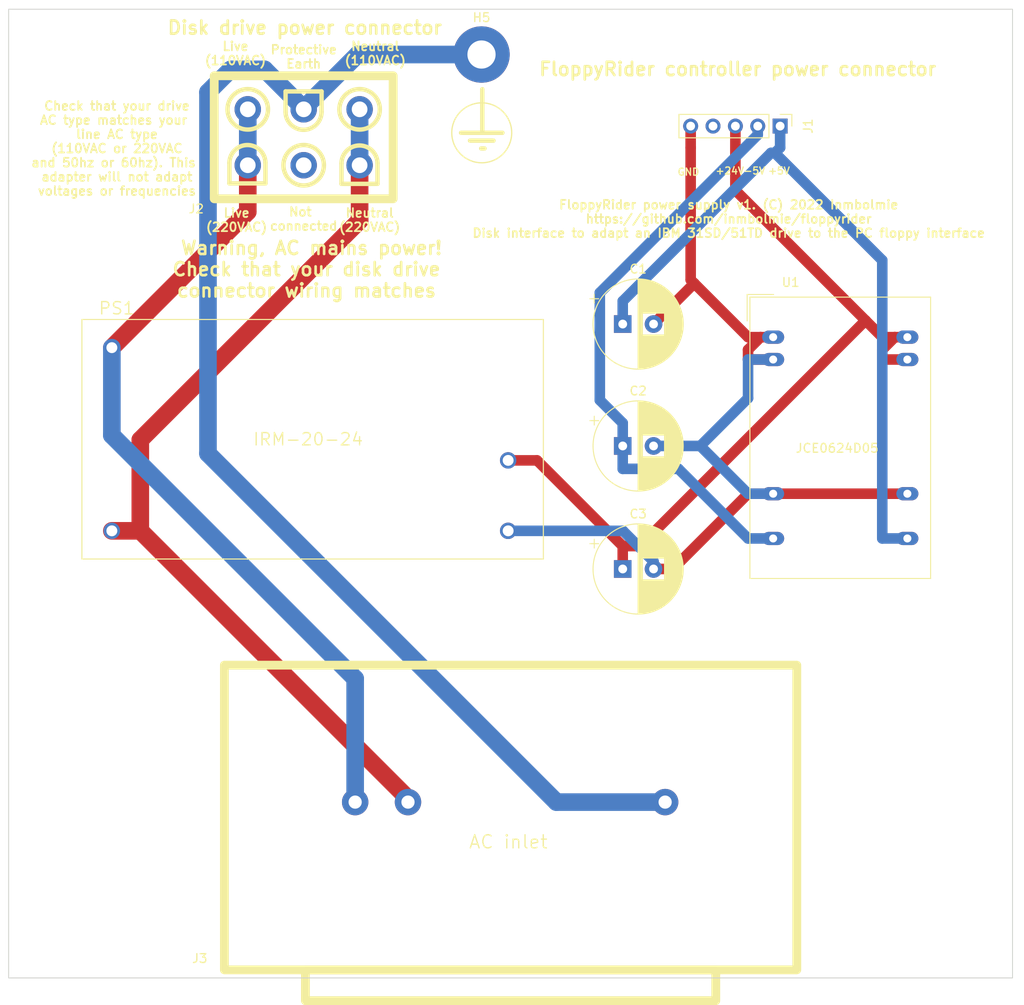
<source format=kicad_pcb>
(kicad_pcb (version 20211014) (generator pcbnew)
  (layers (0 "F.Cu" signal) (31 "B.Cu" signal) (34 "B.Paste" user) (35 "F.Paste" user) (36 "B.SilkS" user "B.Silkscreen") (37 "F.SilkS" user "F.Silkscreen") (38 "B.Mask" user) (39 "F.Mask" user) (44 "Edge.Cuts" user))
  (net 0 "")
  (net 1 "/+5V")
  (net 2 "/-5V")
  (net 3 "/+24V")
  (net 5 "GND")
  (net 6 "/ac_n")
  (net 7 "/ac_l")
  (net 9 "Earth_Protective")
  (footprint "MountingHole:MountingHole_3.2mm_M3" (layer "F.Cu") (at 189.693 -141.351)
    (fp_text reference "H1")
    (fp_text value "MountingHole")
    (pad "" np_thru_hole circle (at 0 0) (size 3.2 3.2) (drill 3.2) (layers *.Cu *.Mask))
  )
  (footprint "MountingHole:MountingHole_3.2mm_M3" (layer "F.Cu") (at 83.693 -39.351)
    (fp_text reference "H3")
    (fp_text value "MountingHole")
    (pad "" np_thru_hole circle (at 0 0) (size 3.2 3.2) (drill 3.2) (layers *.Cu *.Mask))
  )
  (footprint "MountingHole:MountingHole_3.2mm_M3" (layer "F.Cu") (at 83.693 -141.351)
    (fp_text reference "H4")
    (fp_text value "MountingHole")
    (pad "" np_thru_hole circle (at 0 0) (size 3.2 3.2) (drill 3.2) (layers *.Cu *.Mask))
  )
  (footprint "MountingHole:MountingHole_3.2mm_M3_Pad" (layer "F.Cu") (at 133.223 -140.208)
    (fp_text reference "H5" (at 0 -4.2) (layer "F.SilkS"))
    (fp_text value "MountingHole_Pad")
    (pad "1" thru_hole circle (at 0 0) (size 6.4 6.4) (drill 3.2) (layers *.Cu *.Mask) (net 9 "Earth_Protective"))
  )
  (footprint "MountingHole:MountingHole_3.2mm_M3" (layer "F.Cu") (at 189.693 -39.351)
    (fp_text reference "H2")
    (fp_text value "MountingHole")
    (pad "" np_thru_hole circle (at 0 0) (size 3.2 3.2) (drill 3.2) (layers *.Cu *.Mask))
  )
  (footprint "Capacitor_THT:CP_Radial_D10.0mm_P3.50mm" (layer "F.Cu") (at 149.2583 -95.758)
    (fp_text reference "C2" (at 1.75 -6.25) (layer "F.SilkS"))
    (fp_text value "100uF")
    (pad "1" thru_hole rect (at 0 0) (size 2 2) (drill 1) (layers *.Cu *.Mask) (net 2 "/-5V"))
    (pad "2" thru_hole circle (at 3.5 0) (size 2 2) (drill 1) (layers *.Cu *.Mask) (net 5 "GND"))
  )
  (footprint "Capacitor_THT:CP_Radial_D10.0mm_P3.50mm" (layer "F.Cu") (at 149.2583 -81.788)
    (fp_text reference "C3" (at 1.75 -6.25) (layer "F.SilkS"))
    (fp_text value "100uF")
    (pad "1" thru_hole rect (at 0 0) (size 2 2) (drill 1) (layers *.Cu *.Mask) (net 3 "/+24V"))
    (pad "2" thru_hole circle (at 3.5 0) (size 2 2) (drill 1) (layers *.Cu *.Mask) (net 5 "GND"))
  )
  (footprint "Converter_DCDC:Converter_DCDC_XP_POWER_JTExxxxDxx_THT" (layer "F.Cu") (at 166.3405 -108.114)
    (fp_text reference "U1" (at 1.99 -6.22) (layer "F.SilkS"))
    (fp_text value "JCE0624D05" (at 7.2685 12.61) (layer "F.SilkS"))
    (pad "2" thru_hole oval (at 0 0) (size 2.5 1.5) (drill 0.91) (layers *.Cu *.Mask) (net 5 "GND"))
    (pad "3" thru_hole oval (at 0 2.54) (size 2.5 1.5) (drill 0.91) (layers *.Cu *.Mask) (net 5 "GND"))
    (pad "9" thru_hole oval (at 0 17.78) (size 2.5 1.5) (drill 0.91) (layers *.Cu *.Mask) (net 5 "GND"))
    (pad "11" thru_hole oval (at 0 22.86) (size 2.5 1.5) (drill 0.91) (layers *.Cu *.Mask) (net 2 "/-5V"))
    (pad "14" thru_hole oval (at 15.24 22.86) (size 2.5 1.5) (drill 0.91) (layers *.Cu *.Mask) (net 1 "/+5V"))
    (pad "16" thru_hole oval (at 15.24 17.78) (size 2.5 1.5) (drill 0.91) (layers *.Cu *.Mask) (net 5 "GND"))
    (pad "22" thru_hole oval (at 15.24 2.54) (size 2.5 1.5) (drill 0.91) (layers *.Cu *.Mask) (net 3 "/+24V"))
    (pad "23" thru_hole oval (at 15.24 0) (size 2.5 1.5) (drill 0.91) (layers *.Cu *.Mask) (net 3 "/+24V"))
  )
  (footprint "Connector_PinHeader_2.54mm:PinHeader_1x05_P2.54mm_Vertical" (layer "F.Cu") (at 167.132 -132.08 -90)
    (fp_text reference "J1" (at 0 -3.175 90) (layer "F.SilkS"))
    (fp_text value "FloppyRider controller power connector" (at -6.477 4.821 180) (layer "F.SilkS") (effects (font (size 1.5 1.5) (thickness 0.3))))
    (pad "1" thru_hole rect (at 0 0 270) (size 1.7 1.7) (drill 1) (layers *.Cu *.Mask) (net 1 "/+5V"))
    (pad "2" thru_hole oval (at 0 2.54 270) (size 1.7 1.7) (drill 1) (layers *.Cu *.Mask) (net 2 "/-5V"))
    (pad "3" thru_hole oval (at 0 5.08 270) (size 1.7 1.7) (drill 1) (layers *.Cu *.Mask) (net 3 "/+24V"))
    (pad "4" thru_hole oval (at 0 7.62 270) (size 1.7 1.7) (drill 1) (layers *.Cu *.Mask))
    (pad "5" thru_hole oval (at 0 10.16 270) (size 1.7 1.7) (drill 1) (layers *.Cu *.Mask) (net 5 "GND"))
  )
  (footprint "mis_partes:350834-4" (layer "F.Cu") (at 102.87 -123.825)
    (fp_text reference "J2" (at -2.032 1.143 unlocked) (layer "F.SilkS"))
    (fp_text value "Disk drive power connector" (at 10.287 -19.431 unlocked) (layer "F.SilkS") (effects (font (size 1.5 1.5) (thickness 0.3))))
    (pad "1" thru_hole circle (at 3.81 -3.81) (size 3 3) (drill 1.78) (layers *.Cu *.Mask) (net 7 "/ac_l"))
    (pad "2" thru_hole circle (at 10.16 -3.81) (size 3 3) (drill 1.78) (layers *.Cu *.Mask))
    (pad "3" thru_hole circle (at 16.51 -3.81) (size 3 3) (drill 1.78) (layers *.Cu *.Mask) (net 6 "/ac_n"))
    (pad "4" thru_hole circle (at 3.81 -10.16) (size 3 3) (drill 1.78) (layers *.Cu *.Mask) (net 7 "/ac_l"))
    (pad "5" thru_hole circle (at 10.16 -10.16) (size 3 3) (drill 1.78) (layers *.Cu *.Mask) (net 9 "Earth_Protective"))
    (pad "6" thru_hole circle (at 16.51 -10.16) (size 3 3) (drill 1.78) (layers *.Cu *.Mask) (net 6 "/ac_n"))
  )
  (footprint "MEANWELL:CONV_IRM-20-24" (layer "F.Cu") (at 114.046 -96.52)
    (fp_text reference "PS1" (at -22.246425 -14.873355) (layer "F.SilkS") (effects (font (size 1.401346 1.401346))))
    (fp_text value "IRM-20-24" (at -0.508 0) (layer "F.SilkS") (effects (font (size 1.401047 1.401047))))
    (pad "1" thru_hole circle locked (at -22.8 -10.4) (size 1.86 1.86) (drill 1.24) (layers *.Cu *.Mask) (net 7 "/ac_l"))
    (pad "2" thru_hole circle locked (at -22.8 10.4) (size 1.86 1.86) (drill 1.24) (layers *.Cu *.Mask) (net 6 "/ac_n"))
    (pad "3" thru_hole circle locked (at 22.2 10.4) (size 1.86 1.86) (drill 1.24) (layers *.Cu *.Mask) (net 5 "GND"))
    (pad "4" thru_hole circle locked (at 22.2 2.4) (size 1.86 1.86) (drill 1.24) (layers *.Cu *.Mask) (net 3 "/+24V"))
  )
  (footprint "mis_partes:DD21.0124.1111" (layer "F.Cu") (at 104.025 -36.266)
    (fp_text reference "J3" (at -2.794 -1.2954 unlocked) (layer "F.SilkS"))
    (fp_text value "AC inlet" (at 32.246 -14.534 unlocked) (layer "F.SilkS") (effects (font (size 1.5 1.5))))
    (pad "" np_thru_hole circle (at 4.5 -9.5) (size 3.2 3.2) (drill 3.2) (layers F&B.Cu *.Mask))
    (pad "" np_thru_hole circle (at 60.5 -9.5) (size 3.2 3.2) (drill 3.2) (layers F&B.Cu *.Mask))
    (pad "1" thru_hole circle (at 14.85 -19.05) (size 3 3) (drill 1.5) (layers *.Cu *.Mask) (net 7 "/ac_l"))
    (pad "2" thru_hole circle (at 20.85 -19.05) (size 3 3) (drill 1.5) (layers *.Cu *.Mask) (net 6 "/ac_n"))
    (pad "3" thru_hole circle (at 50.05 -19.05) (size 3 3) (drill 1.5) (layers *.Cu *.Mask) (net 9 "Earth_Protective"))
  )
  (footprint "Capacitor_THT:CP_Radial_D10.0mm_P3.50mm" (layer "F.Cu") (at 149.2583 -109.601)
    (fp_text reference "C1" (at 1.75 -6.25) (layer "F.SilkS"))
    (fp_text value "100uF")
    (pad "1" thru_hole rect (at 0 0) (size 2 2) (drill 1) (layers *.Cu *.Mask) (net 1 "/+5V"))
    (pad "2" thru_hole circle (at 3.5 0) (size 2 2) (drill 1) (layers *.Cu *.Mask) (net 5 "GND"))
  )
  (gr_line (start 131.914877 -130.429) (end 134.581877 -130.429) (layer "F.SilkS") (width 0.5))
  (gr_line (start 133.184877 -129.54) (end 133.565877 -129.54) (layer "F.SilkS") (width 0.5))
  (gr_line (start 133.311877 -136.271) (end 133.311877 -131.445) (layer "F.SilkS") (width 0.5))
  (gr_line (start 130.898877 -131.318) (end 135.597877 -131.318) (layer "F.SilkS") (width 0.5))
  (gr_circle (center 133.248377 -131.318) (end 136.613877 -131.826) (layer "F.SilkS") (width 0.15) (fill none))
  (gr_rect (start 79.525 -145.351) (end 193.525 -35.351) (layer "Edge.Cuts") (width 0.1) (fill none))
  (gr_text "GND" (at 156.718 -126.873) (layer "F.SilkS") (effects (font (size 0.8 0.8))))
  (gr_text "Live\n(220VAC)" (at 105.41 -121.412) (layer "F.SilkS") (effects (font (size 1 1) (thickness 0.2))))
  (gr_text "Not \nconnected" (at 113.03 -121.539) (layer "F.SilkS") (effects (font (size 1 1) (thickness 0.2))))
  (gr_text "Check that your drive\nAC type matches your \nline AC type\n(110VAC or 220VAC\nand 50hz or 60hz). This \nadapter will not adapt\nvoltages or frequencies" (at 91.821 -129.54) (layer "F.SilkS") (effects (font (size 1 1) (thickness 0.2))))
  (gr_text "Neutral\n(220VAC)" (at 120.523 -121.412) (layer "F.SilkS") (effects (font (size 1 1) (thickness 0.2))))
  (gr_text "Live\n(110VAC)" (at 105.283 -140.335) (layer "F.SilkS") (effects (font (size 1 1) (thickness 0.2))))
  (gr_text "+5V" (at 167.005 -127) (layer "F.SilkS") (effects (font (size 0.8 0.8))))
  (gr_text "-5V" (at 164.211 -127) (layer "F.SilkS") (effects (font (size 0.8 0.8))))
  (gr_text "Protective\nEarth" (at 113.03 -139.954) (layer "F.SilkS") (effects (font (size 1 1) (thickness 0.2))))
  (gr_text "FloppyRider power supply v1. (C) 2022 Inmbolmie\nhttps://github.com/inmbolmie/floppyrider\nDisk interface to adapt an IBM 31SD/51TD drive to the PC floppy interface" (at 161.29 -121.539) (layer "F.SilkS") (effects (font (size 1 1) (thickness 0.2))))
  (gr_text "Neutral\n(110VAC)" (at 121.158 -140.335) (layer "F.SilkS") (effects (font (size 1 1) (thickness 0.2))))
  (gr_text "+24V" (at 161.417 -127) (layer "F.SilkS") (effects (font (size 0.8 0.8))))
  (gr_text "Warning, AC mains power!\nCheck that your disk drive \nconnector wiring matches " (at 113.919 -115.824) (layer "F.SilkS") (effects (font (size 1.5 1.5) (thickness 0.3))))
  (segment (start 166.5371 -129.0348) (end 167.132 -129.6297) (width 1.2) (layer "B.Cu") (net 1))
  (segment (start 166.5371 -129.0348) (end 178.7302 -116.8416) (width 1.2) (layer "B.Cu") (net 1))
  (segment (start 166.537 -129.0348) (end 166.5371 -129.0348) (width 1.2) (layer "B.Cu") (net 1))
  (segment (start 178.7302 -116.8416) (end 178.7302 -85.254) (width 1.2) (layer "B.Cu") (net 1))
  (segment (start 181.5805 -85.254) (end 178.7302 -85.254) (width 1.2) (layer "B.Cu") (net 1))
  (segment (start 167.132 -132.08) (end 167.132 -129.6297) (width 1.2) (layer "B.Cu") (net 1))
  (segment (start 166.0918 -129.0348) (end 166.537 -129.0348) (width 1.2) (layer "B.Cu") (net 1))
  (segment (start 149.2583 -109.601) (end 149.2583 -112.2013) (width 1.2) (layer "B.Cu") (net 1))
  (segment (start 149.2583 -112.2013) (end 166.0918 -129.0348) (width 1.2) (layer "B.Cu") (net 1))
  (segment (start 149.2583 -95.758) (end 149.2583 -93.1577) (width 1.2) (layer "B.Cu") (net 2))
  (segment (start 164.592 -132.08) (end 164.592 -131.0948) (width 1.2) (layer "B.Cu") (net 2))
  (segment (start 155.5865 -93.1577) (end 163.4902 -85.254) (width 1.2) (layer "B.Cu") (net 2))
  (segment (start 146.658 -100.9586) (end 149.2583 -98.3583) (width 1.2) (layer "B.Cu") (net 2))
  (segment (start 164.592 -131.0948) (end 146.658 -113.1608) (width 1.2) (layer "B.Cu") (net 2))
  (segment (start 166.3405 -85.254) (end 163.4902 -85.254) (width 1.2) (layer "B.Cu") (net 2))
  (segment (start 146.658 -113.1608) (end 146.658 -100.9586) (width 1.2) (layer "B.Cu") (net 2))
  (segment (start 149.2583 -95.758) (end 149.2583 -98.3583) (width 1.2) (layer "B.Cu") (net 2))
  (segment (start 149.2583 -93.1577) (end 155.5865 -93.1577) (width 1.2) (layer "B.Cu") (net 2))
  (segment (start 136.246 -94.12) (end 139.5266 -94.12) (width 1.2) (layer "F.Cu") (net 3))
  (segment (start 151.2136 -84.3883) (end 149.2583 -84.3883) (width 1.2) (layer "F.Cu") (net 3))
  (segment (start 162.052 -124.7923) (end 176.8348 -110.0095) (width 1.2) (layer "F.Cu") (net 3))
  (segment (start 178.7302 -106.6888) (end 178.7302 -105.574) (width 1.2) (layer "F.Cu") (net 3))
  (segment (start 139.5266 -94.12) (end 149.2583 -84.3883) (width 1.2) (layer "F.Cu") (net 3))
  (segment (start 162.052 -132.08) (end 162.052 -124.7923) (width 1.2) (layer "F.Cu") (net 3))
  (segment (start 180.1554 -108.114) (end 178.7302 -106.6888) (width 1.2) (layer "F.Cu") (net 3))
  (segment (start 149.2583 -81.788) (end 149.2583 -84.3883) (width 1.2) (layer "F.Cu") (net 3))
  (segment (start 180.1554 -108.114) (end 178.7302 -108.114) (width 1.2) (layer "F.Cu") (net 3))
  (segment (start 181.5805 -105.574) (end 178.7302 -105.574) (width 1.2) (layer "F.Cu") (net 3))
  (segment (start 176.8348 -110.0095) (end 178.7302 -108.114) (width 1.2) (layer "F.Cu") (net 3))
  (segment (start 181.5805 -108.114) (end 180.1554 -108.114) (width 1.2) (layer "F.Cu") (net 3))
  (segment (start 176.8348 -110.0095) (end 151.2136 -84.3883) (width 1.2) (layer "F.Cu") (net 3))
  (segment (start 166.3405 -105.574) (end 163.4902 -105.574) (width 1.2) (layer "F.Cu") (net 5))
  (segment (start 157.3808 -114.2235) (end 163.4902 -108.114) (width 1.2) (layer "F.Cu") (net 5))
  (segment (start 164.9154 -108.114) (end 163.4902 -106.6888) (width 1.2) (layer "F.Cu") (net 5))
  (segment (start 156.972 -129.6297) (end 156.972 -114.6322) (width 1.2) (layer "F.Cu") (net 5))
  (segment (start 166.3405 -90.334) (end 163.4902 -90.334) (width 1.2) (layer "F.Cu") (net 5))
  (segment (start 166.3405 -108.114) (end 164.9154 -108.114) (width 1.2) (layer "F.Cu") (net 5))
  (segment (start 154.9442 -81.788) (end 163.4902 -90.334) (width 1.2) (layer "F.Cu") (net 5))
  (segment (start 156.972 -132.08) (end 156.972 -129.6297) (width 1.2) (layer "F.Cu") (net 5))
  (segment (start 152.7583 -109.601) (end 157.3808 -114.2235) (width 1.2) (layer "F.Cu") (net 5))
  (segment (start 156.972 -114.6322) (end 157.3808 -114.2235) (width 1.2) (layer "F.Cu") (net 5))
  (segment (start 181.5805 -90.334) (end 166.3405 -90.334) (width 1.2) (layer "F.Cu") (net 5))
  (segment (start 163.4902 -106.6888) (end 163.4902 -105.574) (width 1.2) (layer "F.Cu") (net 5))
  (segment (start 152.7583 -81.788) (end 154.9442 -81.788) (width 1.2) (layer "F.Cu") (net 5))
  (segment (start 164.9154 -108.114) (end 163.4902 -108.114) (width 1.2) (layer "F.Cu") (net 5))
  (segment (start 158.0662 -95.758) (end 163.4902 -90.334) (width 1.2) (layer "B.Cu") (net 5))
  (segment (start 163.4902 -105.574) (end 163.4902 -101.182) (width 1.2) (layer "B.Cu") (net 5))
  (segment (start 149.2844 -86.12) (end 152.7583 -82.6461) (width 1.2) (layer "B.Cu") (net 5))
  (segment (start 152.7583 -95.758) (end 158.0662 -95.758) (width 1.2) (layer "B.Cu") (net 5))
  (segment (start 163.4902 -101.182) (end 158.0662 -95.758) (width 1.2) (layer "B.Cu") (net 5))
  (segment (start 152.7583 -82.6461) (end 152.7583 -81.788) (width 1.2) (layer "B.Cu") (net 5))
  (segment (start 166.3405 -105.574) (end 163.4902 -105.574) (width 1.2) (layer "B.Cu") (net 5))
  (segment (start 136.246 -86.12) (end 149.2844 -86.12) (width 1.2) (layer "B.Cu") (net 5))
  (segment (start 166.3405 -90.334) (end 163.4902 -90.334) (width 1.2) (layer "B.Cu") (net 5))
  (segment (start 124.875 -55.316) (end 124.875 -55.7222) (width 2) (layer "F.Cu") (net 6))
  (segment (start 94.4772 -96.4504) (end 119.38 -121.3532) (width 2) (layer "F.Cu") (net 6))
  (segment (start 124.875 -55.7222) (end 94.4772 -86.12) (width 2) (layer "F.Cu") (net 6))
  (segment (start 94.4772 -86.12) (end 94.4772 -96.4504) (width 2) (layer "F.Cu") (net 6))
  (segment (start 94.4772 -86.12) (end 91.246 -86.12) (width 2) (layer "F.Cu") (net 6))
  (segment (start 119.38 -121.3532) (end 119.38 -127.635) (width 2) (layer "F.Cu") (net 6))
  (segment (start 119.38 -133.985) (end 119.38 -127.635) (width 2) (layer "B.Cu") (net 6))
  (segment (start 91.246 -106.92) (end 106.68 -122.354) (width 2) (layer "F.Cu") (net 7))
  (segment (start 106.68 -122.354) (end 106.68 -127.635) (width 2) (layer "F.Cu") (net 7))
  (segment (start 118.875 -69.3364) (end 91.246 -96.9654) (width 2) (layer "B.Cu") (net 7))
  (segment (start 106.68 -133.985) (end 106.68 -127.635) (width 2) (layer "B.Cu") (net 7))
  (segment (start 91.246 -96.9654) (end 91.246 -106.92) (width 2) (layer "B.Cu") (net 7))
  (segment (start 118.875 -55.316) (end 118.875 -69.3364) (width 2) (layer "B.Cu") (net 7))
  (segment (start 119.1592 -140.208) (end 133.223 -140.208) (width 2) (layer "B.Cu") (net 9))
  (segment (start 113.03 -134.0788) (end 119.1592 -140.208) (width 2) (layer "B.Cu") (net 9))
  (segment (start 141.7332 -55.316) (end 102.1614 -94.8878) (width 2) (layer "B.Cu") (net 9))
  (segment (start 102.1614 -135.9276) (end 104.7561 -138.5223) (width 2) (layer "B.Cu") (net 9))
  (segment (start 113.03 -134.0788) (end 113.03 -133.985) (width 2) (layer "B.Cu") (net 9))
  (segment (start 104.7561 -138.5223) (end 108.5865 -138.5223) (width 2) (layer "B.Cu") (net 9))
  (segment (start 154.075 -55.316) (end 141.7332 -55.316) (width 2) (layer "B.Cu") (net 9))
  (segment (start 108.5865 -138.5223) (end 113.03 -134.0788) (width 2) (layer "B.Cu") (net 9))
  (segment (start 102.1614 -94.8878) (end 102.1614 -135.9276) (width 2) (layer "B.Cu") (net 9))
)
</source>
